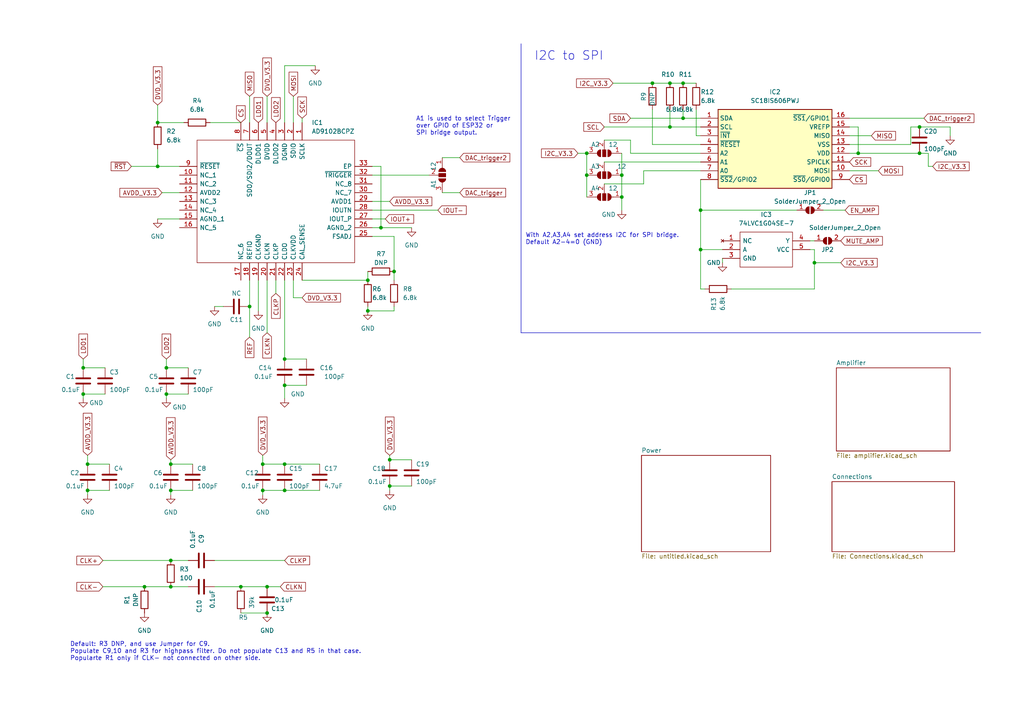
<source format=kicad_sch>
(kicad_sch (version 20230121) (generator eeschema)
  (paper "A4")
  (title_block (title "LASSITOS Signal generator board DAC AD9102 I2C") (date "2024-01-27") (company "A.Capelli"))
  (lib_symbols
    (symbol "Device:C" (pin_numbers hide) (pin_names (offset 0.254))
      (property "Reference" "C" (at 0.635 2.54 0))
      (property "Value" "C" (at 0.635 -2.54 0))
      (symbol "C_0_1"
        (polyline (pts (xy -2.032 -0.762) (xy 2.032 -0.762)) (stroke (width 0.508)))
        (polyline (pts (xy -2.032 0.762) (xy 2.032 0.762)) (stroke (width 0.508)))
      )
      (symbol "C_1_1"
        (pin passive line (at 0 3.81 270) (length 2.794) (name "~") (number "1"))
        (pin passive line (at 0 -3.81 90) (length 2.794) (name "~") (number "2"))
      )
    )
    (symbol "Device:R" (pin_numbers hide) (pin_names (offset 0))
      (property "Reference" "R" (at 2.032 0 90))
      (property "Value" "R" (at 0 0 90))
      (symbol "R_0_1"
        (rectangle (start -1.016 -2.54) (end 1.016 2.54) (stroke (width 0.254)))
      )
      (symbol "R_1_1"
        (pin passive line (at 0 3.81 270) (length 1.27) (name "~") (number "1"))
        (pin passive line (at 0 -3.81 90) (length 1.27) (name "~") (number "2"))
      )
    )
    (symbol "Jumper:SolderJumper_2_Open" (pin_names (offset 0) hide)
      (property "Reference" "JP" (at 0 2.032 0))
      (property "Value" "SolderJumper_2_Open" (at 0 -2.54 0))
      (symbol "SolderJumper_2_Open_0_1"
        (arc (start -0.254 1.016) (mid -1.2656 0) (end -0.254 -1.016))
        (arc (start -0.254 1.016) (mid -1.2656 0) (end -0.254 -1.016) (fill (type outline)))
        (polyline (pts (xy -0.254 1.016) (xy -0.254 -1.016)))
        (polyline (pts (xy 0.254 1.016) (xy 0.254 -1.016)))
        (arc (start 0.254 -1.016) (mid 1.2656 0) (end 0.254 1.016))
        (arc (start 0.254 -1.016) (mid 1.2656 0) (end 0.254 1.016) (fill (type outline)))
      )
      (symbol "SolderJumper_2_Open_1_1"
        (pin passive line (at -3.81 0 0) (length 2.54) (name "A") (number "1"))
        (pin passive line (at 3.81 0 180) (length 2.54) (name "B") (number "2"))
      )
    )
    (symbol "Jumper:SolderJumper_3_Open" (pin_names (offset 0) hide)
      (property "Reference" "JP" (at -2.54 -2.54 0))
      (property "Value" "SolderJumper_3_Open" (at 0 2.794 0))
      (symbol "SolderJumper_3_Open_0_1"
        (arc (start -1.016 1.016) (mid -2.0276 0) (end -1.016 -1.016))
        (arc (start -1.016 1.016) (mid -2.0276 0) (end -1.016 -1.016) (fill (type outline)))
        (rectangle (start -0.508 1.016) (end 0.508 -1.016) (fill (type outline)))
        (polyline (pts (xy -2.54 0) (xy -2.032 0)))
        (polyline (pts (xy -1.016 1.016) (xy -1.016 -1.016)))
        (polyline (pts (xy 0 -1.27) (xy 0 -1.016)))
        (polyline (pts (xy 1.016 1.016) (xy 1.016 -1.016)))
        (polyline (pts (xy 2.54 0) (xy 2.032 0)))
        (arc (start 1.016 -1.016) (mid 2.0276 0) (end 1.016 1.016))
        (arc (start 1.016 -1.016) (mid 2.0276 0) (end 1.016 1.016) (fill (type outline)))
      )
      (symbol "SolderJumper_3_Open_1_1"
        (pin passive line (at -5.08 0 0) (length 2.54) (name "A") (number "1"))
        (pin passive line (at 0 -3.81 90) (length 2.54) (name "C") (number "2"))
        (pin passive line (at 5.08 0 180) (length 2.54) (name "B") (number "3"))
      )
    )
    (symbol "SamacSys_Parts:74LVC1G04SE-7" (pin_names (offset 0.762))
      (property "Reference" "IC" (at 21.59 7.62 0))
      (property "Value" "74LVC1G04SE-7" (at 21.59 5.08 0))
      (symbol "74LVC1G04SE-7_0_0"
        (pin no_connect line (at 0 0 0) (length 5.08) (name "NC") (number "1"))
        (pin passive line (at 0 -2.54 0) (length 5.08) (name "A") (number "2"))
        (pin passive line (at 0 -5.08 0) (length 5.08) (name "GND") (number "3"))
        (pin passive line (at 25.4 0 180) (length 5.08) (name "Y") (number "4"))
        (pin passive line (at 25.4 -2.54 180) (length 5.08) (name "VCC") (number "5"))
      )
      (symbol "74LVC1G04SE-7_0_1"
        (polyline (pts (xy 5.08 2.54) (xy 20.32 2.54) (xy 20.32 -7.62) (xy 5.08 -7.62) (xy 5.08 2.54)) (stroke (width 0.1524)))
      )
    )
    (symbol "SamacSys_Parts:AD9102BCPZ" (pin_names (offset 0.762))
      (property "Reference" "IC" (at 41.91 20.32 0))
      (property "Value" "AD9102BCPZ" (at 41.91 17.78 0))
      (symbol "AD9102BCPZ_0_0"
        (pin passive line (at 0 0 0) (length 5.08) (name "SCLK") (number "1"))
        (pin passive line (at 15.24 -35.56 90) (length 5.08) (name "NC_1") (number "10"))
        (pin passive line (at 17.78 -35.56 90) (length 5.08) (name "NC_2") (number "11"))
        (pin passive line (at 20.32 -35.56 90) (length 5.08) (name "AVDD2") (number "12"))
        (pin passive line (at 22.86 -35.56 90) (length 5.08) (name "NC_3") (number "13"))
        (pin passive line (at 25.4 -35.56 90) (length 5.08) (name "NC_4") (number "14"))
        (pin passive line (at 27.94 -35.56 90) (length 5.08) (name "AGND_1") (number "15"))
        (pin passive line (at 30.48 -35.56 90) (length 5.08) (name "NC_5") (number "16"))
        (pin passive line (at 45.72 -17.78 180) (length 5.08) (name "NC_6") (number "17"))
        (pin passive line (at 45.72 -15.24 180) (length 5.08) (name "REFIO") (number "18"))
        (pin passive line (at 45.72 -12.7 180) (length 5.08) (name "CLKGND") (number "19"))
        (pin passive line (at 0 -2.54 0) (length 5.08) (name "SDIO") (number "2"))
        (pin passive line (at 45.72 -10.16 180) (length 5.08) (name "CLKN") (number "20"))
        (pin passive line (at 45.72 -7.62 180) (length 5.08) (name "CLKP") (number "21"))
        (pin passive line (at 45.72 -5.08 180) (length 5.08) (name "CLDO") (number "22"))
        (pin passive line (at 45.72 -2.54 180) (length 5.08) (name "CLKVDD") (number "23"))
        (pin passive line (at 45.72 0 180) (length 5.08) (name "CAL_SENSE") (number "24"))
        (pin passive line (at 33.02 20.32 270) (length 5.08) (name "FSADJ") (number "25"))
        (pin passive line (at 30.48 20.32 270) (length 5.08) (name "AGND_2") (number "26"))
        (pin passive line (at 27.94 20.32 270) (length 5.08) (name "IOUT_P") (number "27"))
        (pin passive line (at 25.4 20.32 270) (length 5.08) (name "IOUTN") (number "28"))
        (pin passive line (at 22.86 20.32 270) (length 5.08) (name "AVDD1") (number "29"))
        (pin passive line (at 0 -5.08 0) (length 5.08) (name "DGND") (number "3"))
        (pin passive line (at 20.32 20.32 270) (length 5.08) (name "NC_7") (number "30"))
        (pin passive line (at 17.78 20.32 270) (length 5.08) (name "NC_8") (number "31"))
        (pin passive line (at 15.24 20.32 270) (length 5.08) (name "~{TRIGGER}") (number "32"))
        (pin passive line (at 12.7 20.32 270) (length 5.08) (name "EP") (number "33"))
        (pin passive line (at 0 -7.62 0) (length 5.08) (name "DLDO2") (number "4"))
        (pin passive line (at 0 -10.16 0) (length 5.08) (name "DVDD") (number "5"))
        (pin passive line (at 0 -12.7 0) (length 5.08) (name "DLDO1") (number "6"))
        (pin passive line (at 0 -15.24 0) (length 5.08) (name "SDO/SDI2/DOUT") (number "7"))
        (pin passive line (at 0 -17.78 0) (length 5.08) (name "~{CS}") (number "8"))
        (pin passive line (at 12.7 -35.56 90) (length 5.08) (name "~{RESET}") (number "9"))
      )
      (symbol "AD9102BCPZ_0_1"
        (polyline (pts (xy 5.08 15.24) (xy 40.64 15.24) (xy 40.64 -30.48) (xy 5.08 -30.48) (xy 5.08 15.24)) (stroke (width 0.1524)))
      )
    )
    (symbol "SamacSys_Parts_new:SC18IS606PWJ"
      (property "Reference" "IC" (at 39.37 7.62 0))
      (property "Value" "SC18IS606PWJ" (at 39.37 5.08 0))
      (symbol "SC18IS606PWJ_1_1"
        (rectangle (start 5.08 2.54) (end 38.1 -20.32) (stroke (width 0.254)) (fill (type background)))
        (pin passive line (at 0 0 0) (length 5.08) (name "SDA") (number "1"))
        (pin passive line (at 43.18 -15.24 180) (length 5.08) (name "MOSI") (number "10"))
        (pin passive line (at 43.18 -12.7 180) (length 5.08) (name "SPICLK") (number "11"))
        (pin passive line (at 43.18 -10.16 180) (length 5.08) (name "VDD") (number "12"))
        (pin passive line (at 43.18 -7.62 180) (length 5.08) (name "VSS") (number "13"))
        (pin passive line (at 43.18 -5.08 180) (length 5.08) (name "MISO") (number "14"))
        (pin passive line (at 43.18 -2.54 180) (length 5.08) (name "VREFP") (number "15"))
        (pin passive line (at 43.18 0 180) (length 5.08) (name "~{SS1}/GPIO1") (number "16"))
        (pin passive line (at 0 -2.54 0) (length 5.08) (name "SCL") (number "2"))
        (pin passive line (at 0 -5.08 0) (length 5.08) (name "~{INT}") (number "3"))
        (pin passive line (at 0 -7.62 0) (length 5.08) (name "~{RESET}") (number "4"))
        (pin passive line (at 0 -10.16 0) (length 5.08) (name "A2") (number "5"))
        (pin passive line (at 0 -12.7 0) (length 5.08) (name "A1") (number "6"))
        (pin passive line (at 0 -15.24 0) (length 5.08) (name "A0") (number "7"))
        (pin passive line (at 0 -17.78 0) (length 5.08) (name "~{SS2}/GPIO2") (number "8"))
        (pin passive line (at 43.18 -17.78 180) (length 5.08) (name "~{SS0}/GPIO0") (number "9"))
      )
    )
    (symbol "power:GND" (power) (pin_names (offset 0))
      (property "Value" "GND" (at 0 -3.81 0))
      (symbol "GND_0_1"
        (polyline (pts (xy 0 0) (xy 0 -1.27) (xy 1.27 -1.27) (xy 0 -2.54) (xy -1.27 -1.27) (xy 0 -1.27)))
      )
      (symbol "GND_1_1"
        (pin power_in line (at 0 0 270) (length 0) hide (name "GND") (number "1"))
      )
    )
  )
  (junction (at 198.12 24.13))
  (junction (at 236.22 76.2))
  (junction (at 49.53 134.62))
  (junction (at 82.55 134.62))
  (junction (at 76.2 134.62))
  (junction (at 266.7 36.83))
  (junction (at 45.72 35.56))
  (junction (at 194.31 24.13))
  (junction (at 49.53 142.24))
  (junction (at 113.03 140.97))
  (junction (at 248.92 44.45))
  (junction (at 76.2 142.24))
  (junction (at 41.91 170.18))
  (junction (at 25.4 134.62))
  (junction (at 49.53 170.18))
  (junction (at 77.47 170.18))
  (junction (at 48.26 106.68))
  (junction (at 110.49 66.04))
  (junction (at 203.2 60.96))
  (junction (at 106.68 81.28))
  (junction (at 48.26 114.3))
  (junction (at 49.53 162.56))
  (junction (at 203.2 72.39))
  (junction (at 82.55 111.76))
  (junction (at 25.4 142.24))
  (junction (at 114.3 78.74))
  (junction (at 72.39 88.9))
  (junction (at 198.12 34.29))
  (junction (at 106.68 90.17))
  (junction (at 77.47 177.8))
  (junction (at 82.55 104.14))
  (junction (at 24.13 106.68))
  (junction (at 170.18 44.45))
  (junction (at 266.7 44.45))
  (junction (at 189.23 24.13))
  (junction (at 82.55 142.24))
  (junction (at 24.13 114.3))
  (junction (at 180.34 57.15))
  (junction (at 113.03 133.35))
  (junction (at 170.18 50.8))
  (junction (at 69.85 170.18))
  (junction (at 180.34 50.8))
  (junction (at 45.72 48.26))
  (junction (at 194.31 36.83))
  (wire (pts (xy 182.88 40.64) (xy 175.26 40.64)))
  (wire (pts (xy 25.4 142.24) (xy 25.4 143.51)))
  (wire (pts (xy 82.55 104.14) (xy 88.9 104.14)))
  (wire (pts (xy 198.12 31.75) (xy 198.12 34.29)))
  (wire (pts (xy 264.16 41.91) (xy 264.16 36.83)))
  (wire (pts (xy 269.24 48.26) (xy 270.51 48.26)))
  (wire (pts (xy 25.4 134.62) (xy 31.75 134.62)))
  (wire (pts (xy 80.01 81.28) (xy 80.01 85.09)))
  (wire (pts (xy 246.38 44.45) (xy 248.92 44.45)))
  (wire (pts (xy 82.55 111.76) (xy 88.9 111.76)))
  (wire (pts (xy 189.23 24.13) (xy 194.31 24.13)))
  (wire (pts (xy 107.95 66.04) (xy 110.49 66.04)))
  (wire (pts (xy 189.23 31.75) (xy 189.23 41.91)))
  (wire (pts (xy 113.03 140.97) (xy 119.38 140.97)))
  (wire (pts (xy 246.38 41.91) (xy 264.16 41.91)))
  (wire (pts (xy 194.31 24.13) (xy 198.12 24.13)))
  (wire (pts (xy 82.55 111.76) (xy 82.55 115.57)))
  (wire (pts (xy 243.84 76.2) (xy 236.22 76.2)))
  (wire (pts (xy 236.22 72.39) (xy 234.95 72.39)))
  (wire (pts (xy 45.72 43.18) (xy 45.72 48.26)))
  (wire (pts (xy 25.4 132.08) (xy 25.4 134.62)))
  (wire (pts (xy 107.95 68.58) (xy 114.3 68.58)))
  (polyline (pts (xy 151.13 96.52) (xy 284.48 96.52)))
  (wire (pts (xy 49.53 162.56) (xy 54.61 162.56)))
  (wire (pts (xy 170.18 50.8) (xy 170.18 57.15)))
  (wire (pts (xy 41.91 170.18) (xy 49.53 170.18)))
  (wire (pts (xy 175.26 53.34) (xy 186.69 53.34)))
  (wire (pts (xy 24.13 106.68) (xy 30.48 106.68)))
  (wire (pts (xy 246.38 34.29) (xy 267.97 34.29)))
  (wire (pts (xy 236.22 69.85) (xy 234.95 69.85)))
  (wire (pts (xy 29.845 162.56) (xy 49.53 162.56)))
  (wire (pts (xy 246.38 49.53) (xy 254.762 49.53)))
  (wire (pts (xy 62.23 88.9) (xy 64.77 88.9)))
  (wire (pts (xy 60.96 35.56) (xy 69.85 35.56)))
  (wire (pts (xy 107.95 48.26) (xy 110.49 48.26)))
  (wire (pts (xy 266.7 44.45) (xy 269.24 44.45)))
  (wire (pts (xy 45.72 63.5) (xy 52.07 63.5)))
  (wire (pts (xy 49.53 142.24) (xy 55.88 142.24)))
  (wire (pts (xy 110.49 48.26) (xy 110.49 66.04)))
  (wire (pts (xy 114.3 78.74) (xy 114.3 81.28)))
  (wire (pts (xy 182.88 44.45) (xy 203.2 44.45)))
  (wire (pts (xy 69.85 170.18) (xy 62.23 170.18)))
  (wire (pts (xy 76.2 132.08) (xy 76.2 134.62)))
  (wire (pts (xy 72.39 97.79) (xy 72.39 88.9)))
  (wire (pts (xy 236.22 83.82) (xy 212.09 83.82)))
  (wire (pts (xy 198.12 24.13) (xy 201.93 24.13)))
  (wire (pts (xy 85.09 81.28) (xy 85.09 86.36)))
  (wire (pts (xy 87.63 81.28) (xy 106.68 81.28)))
  (wire (pts (xy 45.72 30.48) (xy 45.72 35.56)))
  (wire (pts (xy 49.53 133.35) (xy 49.53 134.62)))
  (wire (pts (xy 48.26 114.3) (xy 48.26 115.57)))
  (wire (pts (xy 252.73 39.37) (xy 246.38 39.37)))
  (wire (pts (xy 203.2 39.37) (xy 201.93 39.37)))
  (wire (pts (xy 77.47 81.28) (xy 77.47 96.52)))
  (wire (pts (xy 246.38 36.83) (xy 248.92 36.83)))
  (wire (pts (xy 49.53 134.62) (xy 55.88 134.62)))
  (wire (pts (xy 76.2 134.62) (xy 82.55 134.62)))
  (wire (pts (xy 24.13 104.14) (xy 24.13 106.68)))
  (wire (pts (xy 201.93 31.75) (xy 201.93 39.37)))
  (wire (pts (xy 189.23 41.91) (xy 203.2 41.91)))
  (wire (pts (xy 133.35 45.72) (xy 128.27 45.72)))
  (wire (pts (xy 133.35 55.88) (xy 128.27 55.88)))
  (wire (pts (xy 72.39 88.9) (xy 72.39 81.28)))
  (wire (pts (xy 45.72 48.26) (xy 52.07 48.26)))
  (polyline (pts (xy 151.13 12.7) (xy 151.13 96.52)))
  (wire (pts (xy 203.2 83.82) (xy 204.47 83.82)))
  (wire (pts (xy 269.24 48.26) (xy 269.24 44.45)))
  (wire (pts (xy 236.22 72.39) (xy 236.22 76.2)))
  (wire (pts (xy 106.68 90.17) (xy 114.3 90.17)))
  (wire (pts (xy 82.55 35.56) (xy 82.55 19.05)))
  (wire (pts (xy 113.03 140.97) (xy 113.03 142.24)))
  (wire (pts (xy 106.68 88.9) (xy 106.68 90.17)))
  (wire (pts (xy 238.76 60.96) (xy 245.11 60.96)))
  (wire (pts (xy 114.3 90.17) (xy 114.3 88.9)))
  (wire (pts (xy 82.55 19.05) (xy 91.44 19.05)))
  (wire (pts (xy 76.2 142.24) (xy 76.2 143.51)))
  (wire (pts (xy 203.2 72.39) (xy 209.55 72.39)))
  (wire (pts (xy 69.85 177.8) (xy 77.47 177.8)))
  (wire (pts (xy 107.95 50.8) (xy 124.46 50.8)))
  (wire (pts (xy 175.26 36.83) (xy 194.31 36.83)))
  (wire (pts (xy 236.22 76.2) (xy 236.22 83.82)))
  (wire (pts (xy 113.03 132.08) (xy 113.03 133.35)))
  (wire (pts (xy 209.55 74.93) (xy 209.55 76.2)))
  (wire (pts (xy 203.2 52.07) (xy 203.2 60.96)))
  (wire (pts (xy 180.34 44.45) (xy 180.34 50.8)))
  (wire (pts (xy 48.26 106.68) (xy 54.61 106.68)))
  (wire (pts (xy 266.7 36.83) (xy 275.59 36.83)))
  (wire (pts (xy 114.3 68.58) (xy 114.3 78.74)))
  (wire (pts (xy 182.88 34.29) (xy 198.12 34.29)))
  (wire (pts (xy 186.69 53.34) (xy 186.69 49.53)))
  (wire (pts (xy 198.12 34.29) (xy 203.2 34.29)))
  (wire (pts (xy 77.47 27.94) (xy 77.47 35.56)))
  (wire (pts (xy 107.95 63.5) (xy 111.76 63.5)))
  (wire (pts (xy 203.2 60.96) (xy 203.2 72.39)))
  (wire (pts (xy 62.23 162.56) (xy 82.55 162.56)))
  (wire (pts (xy 29.845 170.18) (xy 41.91 170.18)))
  (wire (pts (xy 248.92 36.83) (xy 248.92 44.45)))
  (wire (pts (xy 82.55 142.24) (xy 92.71 142.24)))
  (wire (pts (xy 182.88 44.45) (xy 182.88 40.64)))
  (wire (pts (xy 87.63 34.29) (xy 87.63 35.56)))
  (wire (pts (xy 24.13 114.3) (xy 30.48 114.3)))
  (wire (pts (xy 49.53 142.24) (xy 49.53 143.51)))
  (wire (pts (xy 76.2 142.24) (xy 82.55 142.24)))
  (wire (pts (xy 177.8 24.13) (xy 189.23 24.13)))
  (wire (pts (xy 175.26 46.99) (xy 203.2 46.99)))
  (wire (pts (xy 106.68 81.28) (xy 106.68 78.74)))
  (wire (pts (xy 248.92 44.45) (xy 266.7 44.45)))
  (wire (pts (xy 38.1 48.26) (xy 45.72 48.26)))
  (wire (pts (xy 194.31 31.75) (xy 194.31 36.83)))
  (wire (pts (xy 186.69 49.53) (xy 203.2 49.53)))
  (wire (pts (xy 180.34 50.8) (xy 180.34 57.15)))
  (wire (pts (xy 49.53 170.18) (xy 54.61 170.18)))
  (wire (pts (xy 45.72 35.56) (xy 53.34 35.56)))
  (wire (pts (xy 264.16 36.83) (xy 266.7 36.83)))
  (wire (pts (xy 82.55 81.28) (xy 82.55 104.14)))
  (wire (pts (xy 107.95 60.96) (xy 127 60.96)))
  (wire (pts (xy 203.2 72.39) (xy 203.2 83.82)))
  (wire (pts (xy 48.26 114.3) (xy 54.61 114.3)))
  (wire (pts (xy 275.59 36.83) (xy 275.59 39.37)))
  (wire (pts (xy 110.49 66.04) (xy 119.38 66.04)))
  (wire (pts (xy 72.39 27.94) (xy 72.39 35.56)))
  (wire (pts (xy 48.26 104.14) (xy 48.26 106.68)))
  (wire (pts (xy 25.4 142.24) (xy 31.75 142.24)))
  (wire (pts (xy 81.28 170.18) (xy 77.47 170.18)))
  (wire (pts (xy 107.95 58.42) (xy 113.03 58.42)))
  (wire (pts (xy 82.55 134.62) (xy 92.71 134.62)))
  (wire (pts (xy 46.99 55.88) (xy 52.07 55.88)))
  (wire (pts (xy 74.93 81.28) (xy 74.93 90.17)))
  (wire (pts (xy 194.31 36.83) (xy 203.2 36.83)))
  (wire (pts (xy 85.09 27.94) (xy 85.09 35.56)))
  (wire (pts (xy 180.34 57.15) (xy 180.34 60.96)))
  (wire (pts (xy 170.18 44.45) (xy 170.18 50.8)))
  (wire (pts (xy 24.13 114.3) (xy 24.13 115.57)))
  (wire (pts (xy 77.47 170.18) (xy 69.85 170.18)))
  (wire (pts (xy 203.2 60.96) (xy 231.14 60.96)))
  (wire (pts (xy 85.09 86.36) (xy 87.63 86.36)))
  (wire (pts (xy 113.03 133.35) (xy 119.38 133.35)))
  (wire (pts (xy 167.64 44.45) (xy 170.18 44.45)))
  (text "Default: R3 DNP, and use Jumper for C9.\nPopulate C9,10 and R3 for highpass filter. Do not populate C13 and R5 in that case.\nPopularte R1 only if CLK- not connected on other side." (at 20.32 191.77 0) (effects (font (size 1.27 1.27)) (justify left bottom)))
  (text "I2C to SPI " (at 154.94 17.78 0) (effects (font (size 2.54 2.54)) (justify left bottom)))
  (text "A1 is used to select Trigger \nover GPIO of ESP32 or \nSPI bridge output." (at 120.65 39.37 0) (effects (font (size 1.27 1.27)) (justify left bottom)))
  (text "With A2,A3,A4 set address I2C for SPI bridge. \nDefault A2-4=0 (GND)" (at 152.4 71.12 0) (effects (font (size 1.27 1.27)) (justify left bottom)))
  (global_label "DVD_V3.3" (shape input) (at 87.63 86.36 0) (property "Intersheetrefs" "${INTERSHEET_REFS}" (effects hide)))
  (global_label "LDO1" (shape input) (at 74.93 35.56 90) (property "Intersheetrefs" "${INTERSHEET_REFS}" (effects hide)))
  (global_label "EN_AMP" (shape input) (at 245.11 60.96 0) (property "Intersheetrefs" "${INTERSHEET_REFS}" (effects hide)))
  (global_label "SDA" (shape input) (at 182.88 34.29 180) (property "Intersheetrefs" "${INTERSHEET_REFS}" (effects hide)))
  (global_label "AVDD_V3.3" (shape input) (at 113.03 58.42 0) (property "Intersheetrefs" "${INTERSHEET_REFS}" (effects hide)))
  (global_label "MOSI" (shape input) (at 254.762 49.53 0) (property "Intersheetrefs" "${INTERSHEET_REFS}" (effects hide)))
  (global_label "CS" (shape input) (at 69.85 35.56 90) (property "Intersheetrefs" "${INTERSHEET_REFS}" (effects hide)))
  (global_label "REF" (shape input) (at 72.39 97.79 270) (property "Intersheetrefs" "${INTERSHEET_REFS}" (effects hide)))
  (global_label "DAC_trigger" (shape input) (at 133.35 55.88 0) (property "Intersheetrefs" "${INTERSHEET_REFS}" (effects hide)))
  (global_label "CLKN" (shape input) (at 77.47 96.52 270) (property "Intersheetrefs" "${INTERSHEET_REFS}" (effects hide)))
  (global_label "I2C_V3.3" (shape input) (at 177.8 24.13 180) (property "Intersheetrefs" "${INTERSHEET_REFS}" (effects hide)))
  (global_label "AVDD_V3.3" (shape input) (at 46.99 55.88 180) (property "Intersheetrefs" "${INTERSHEET_REFS}" (effects hide)))
  (global_label "~{RST}" (shape input) (at 38.1 48.26 180) (property "Intersheetrefs" "${INTERSHEET_REFS}" (effects hide)))
  (global_label "MUTE_AMP" (shape input) (at 243.84 69.85 0) (property "Intersheetrefs" "${INTERSHEET_REFS}" (effects hide)))
  (global_label "IOUT-" (shape input) (at 127 60.96 0) (property "Intersheetrefs" "${INTERSHEET_REFS}" (effects hide)))
  (global_label "LDO2" (shape input) (at 48.26 104.14 90) (property "Intersheetrefs" "${INTERSHEET_REFS}" (effects hide)))
  (global_label "CLKN" (shape input) (at 81.28 170.18 0) (property "Intersheetrefs" "${INTERSHEET_REFS}" (effects hide)))
  (global_label "AVDD_V3.3" (shape input) (at 25.4 132.08 90) (property "Intersheetrefs" "${INTERSHEET_REFS}" (effects hide)))
  (global_label "CLKP" (shape input) (at 80.01 85.09 270) (property "Intersheetrefs" "${INTERSHEET_REFS}" (effects hide)))
  (global_label "DVD_V3.3" (shape input) (at 77.47 27.94 90) (property "Intersheetrefs" "${INTERSHEET_REFS}" (effects hide)))
  (global_label "LDO2" (shape input) (at 80.01 35.56 90) (property "Intersheetrefs" "${INTERSHEET_REFS}" (effects hide)))
  (global_label "SCK" (shape input) (at 87.63 34.29 90) (property "Intersheetrefs" "${INTERSHEET_REFS}" (effects hide)))
  (global_label "CS" (shape input) (at 246.38 52.07 0) (property "Intersheetrefs" "${INTERSHEET_REFS}" (effects hide)))
  (global_label "DAC_trigger2" (shape input) (at 133.35 45.72 0) (property "Intersheetrefs" "${INTERSHEET_REFS}" (effects hide)))
  (global_label "I2C_V3.3" (shape input) (at 270.51 48.26 0) (property "Intersheetrefs" "${INTERSHEET_REFS}" (effects hide)))
  (global_label "AVDD_V3.3" (shape input) (at 49.53 133.35 90) (property "Intersheetrefs" "${INTERSHEET_REFS}" (effects hide)))
  (global_label "DVD_V3.3" (shape input) (at 113.03 132.08 90) (property "Intersheetrefs" "${INTERSHEET_REFS}" (effects hide)))
  (global_label "MISO" (shape input) (at 72.39 27.94 90) (property "Intersheetrefs" "${INTERSHEET_REFS}" (effects hide)))
  (global_label "LDO1" (shape input) (at 24.13 104.14 90) (property "Intersheetrefs" "${INTERSHEET_REFS}" (effects hide)))
  (global_label "SCL" (shape input) (at 175.26 36.83 180) (property "Intersheetrefs" "${INTERSHEET_REFS}" (effects hide)))
  (global_label "CLK+" (shape input) (at 29.845 162.56 180) (property "Intersheetrefs" "${INTERSHEET_REFS}" (effects hide)))
  (global_label "CLKP" (shape input) (at 82.55 162.56 0) (property "Intersheetrefs" "${INTERSHEET_REFS}" (effects hide)))
  (global_label "DAC_trigger2" (shape input) (at 267.97 34.29 0) (property "Intersheetrefs" "${INTERSHEET_REFS}" (effects hide)))
  (global_label "MISO" (shape input) (at 252.73 39.37 0) (property "Intersheetrefs" "${INTERSHEET_REFS}" (effects hide)))
  (global_label "I2C_V3.3" (shape input) (at 243.84 76.2 0) (property "Intersheetrefs" "${INTERSHEET_REFS}" (effects hide)))
  (global_label "MOSI" (shape input) (at 85.09 27.94 90) (property "Intersheetrefs" "${INTERSHEET_REFS}" (effects hide)))
  (global_label "DVD_V3.3" (shape input) (at 76.2 132.08 90) (property "Intersheetrefs" "${INTERSHEET_REFS}" (effects hide)))
  (global_label "CLK-" (shape input) (at 29.845 170.18 180) (property "Intersheetrefs" "${INTERSHEET_REFS}" (effects hide)))
  (global_label "SCK" (shape input) (at 246.38 46.99 0) (property "Intersheetrefs" "${INTERSHEET_REFS}" (effects hide)))
  (global_label "DVD_V3.3" (shape input) (at 45.72 30.48 90) (property "Intersheetrefs" "${INTERSHEET_REFS}" (effects hide)))
  (global_label "I2C_V3.3" (shape input) (at 167.64 44.45 180) (property "Intersheetrefs" "${INTERSHEET_REFS}" (effects hide)))
  (global_label "IOUT+" (shape input) (at 111.76 63.5 0) (property "Intersheetrefs" "${INTERSHEET_REFS}" (effects hide)))
  (symbol (lib_id "Device:C") (at 88.9 107.95 0) (unit 1)
    (property "Reference" "C16" (at 92.71 106.6799 0) (effects (justify left)))
    (property "Value" "100pF" (at 93.98 109.22 0) (effects (justify left)))
    (property "Footprint" "Capacitor_SMD:C_0603_1608Metric" (effects hide))
  )
  (symbol (lib_id "SamacSys_Parts:74LVC1G04SE-7") (at 209.55 69.85 0) (unit 1)
    (property "Reference" "IC3" (at 222.25 62.23 0))
    (property "Value" "74LVC1G04SE-7" (at 222.25 64.77 0))
    (property "Footprint" "SamacSys_Parts:SOT65P210X110-5N" (effects hide))
    (property "Datasheet" "https://www.diodes.com/assets/Datasheets/74LVC1G04.pdf" (effects hide))
    (property "Description" "Inverter 1Element CMOS 5Pin SOT353" (effects hide))
    (property "Height" "1.1" (effects hide))
    (property "Mouser Part Number" "621-74LVC1G04SE-7" (effects hide))
    (property "Mouser Price/Stock" "https://www.mouser.co.uk/ProductDetail/Diodes-Incorporated/74LVC1G04SE-7?qs=8Dv1RiiPiVK9x2930PaO3A%3D%3D" (effects hide))
    (property "Manufacturer_Name" "Diodes Incorporated" (effects hide))
    (property "Manufacturer_Part_Number" "74LVC1G04SE-7" (effects hide))
  )
  (symbol (lib_id "power:GND") (at 45.72 63.5 0) (unit 1)
    (property "Reference" "#PWR04" (effects hide))
    (property "Value" "GND" (at 45.72 68.58 0))
  )
  (symbol (lib_id "Device:C") (at 58.42 162.56 270) (unit 1)
    (property "Reference" "C9" (at 58.42 154.94 0) (effects (justify left)))
    (property "Value" "0.1uF" (at 55.88 153.67 0) (effects (justify left)))
    (property "Footprint" "Capacitor_SMD:C_0603_1608Metric" (effects hide))
  )
  (symbol (lib_id "Device:R") (at 208.28 83.82 270) (unit 1)
    (property "Reference" "R13" (at 207.01 90.17 0) (effects (justify right)))
    (property "Value" "6.8k" (at 209.55 90.17 0) (effects (justify right)))
    (property "Footprint" "Resistor_SMD:R_0603_1608Metric" (effects hide))
  )
  (symbol (lib_id "Device:R") (at 41.91 173.99 0) (unit 1)
    (property "Reference" "R1" (at 36.83 173.99 90))
    (property "Value" "DNP" (at 39.37 173.99 90))
    (property "Footprint" "Resistor_SMD:R_0603_1608Metric" (effects hide))
  )
  (symbol (lib_id "Device:C") (at 119.38 137.16 0) (unit 1)
    (property "Reference" "C19" (at 120.65 134.62 0) (effects (justify left)))
    (property "Value" "100pF" (at 120.65 139.7 0) (effects (justify left)))
    (property "Footprint" "Capacitor_SMD:C_0603_1608Metric" (effects hide))
  )
  (symbol (lib_id "power:GND") (at 24.13 115.57 0) (unit 1)
    (property "Reference" "#PWR01" (effects hide))
    (property "Value" "GND" (at 27.94 116.84 0))
  )
  (symbol (lib_id "Device:R") (at 69.85 173.99 0) (unit 1)
    (property "Reference" "R5" (at 69.215 179.07 0) (effects (justify left)))
    (property "Value" "39k" (at 73.025 176.53 90) (effects (justify left)))
    (property "Footprint" "Resistor_SMD:R_0603_1608Metric" (effects hide))
  )
  (symbol (lib_id "power:GND") (at 49.53 143.51 0) (unit 1)
    (property "Reference" "#PWR06" (effects hide))
    (property "Value" "GND" (at 49.53 148.59 0))
  )
  (symbol (lib_id "Device:C") (at 58.42 170.18 90) (unit 1)
    (property "Reference" "C10" (at 57.785 177.8 0) (effects (justify left)))
    (property "Value" "0.1uF" (at 61.595 176.53 0) (effects (justify left)))
    (property "Footprint" "Capacitor_SMD:C_0603_1608Metric" (effects hide))
  )
  (symbol (lib_id "Device:R") (at 49.53 166.37 0) (unit 1)
    (property "Reference" "R3" (at 52.07 165.0999 0) (effects (justify left)))
    (property "Value" "100" (at 52.07 167.6399 0) (effects (justify left)))
    (property "Footprint" "Resistor_SMD:R_0603_1608Metric" (effects hide))
  )
  (symbol (lib_id "Device:R") (at 106.68 85.09 180) (unit 1)
    (property "Reference" "R6" (at 107.95 83.82 0) (effects (justify right)))
    (property "Value" "6.8k" (at 107.95 86.36 0) (effects (justify right)))
    (property "Footprint" "Resistor_SMD:R_0603_1608Metric" (effects hide))
  )
  (symbol (lib_id "Device:R") (at 57.15 35.56 90) (unit 1)
    (property "Reference" "R4" (at 57.15 29.21 90))
    (property "Value" "6.8k" (at 57.15 31.75 90))
    (property "Footprint" "Resistor_SMD:R_0603_1608Metric" (effects hide))
  )
  (symbol (lib_id "Device:C") (at 55.88 138.43 0) (unit 1)
    (property "Reference" "C8" (at 57.15 135.89 0) (effects (justify left)))
    (property "Value" "100pF" (at 57.15 140.97 0) (effects (justify left)))
    (property "Footprint" "Capacitor_SMD:C_0603_1608Metric" (effects hide))
  )
  (symbol (lib_id "power:GND") (at 77.47 177.8 0) (unit 1)
    (property "Reference" "#PWR010" (effects hide))
    (property "Value" "GND" (at 77.47 182.88 0))
  )
  (symbol (lib_id "power:GND") (at 119.38 66.04 0) (unit 1)
    (property "Reference" "#PWR015" (effects hide))
    (property "Value" "GND" (at 119.38 71.12 0))
  )
  (symbol (lib_id "power:GND") (at 113.03 142.24 0) (unit 1)
    (property "Reference" "#PWR014" (effects hide))
    (property "Value" "GND" (at 113.03 147.32 0))
  )
  (symbol (lib_id "Device:C") (at 48.26 110.49 0) (unit 1)
    (property "Reference" "C5" (at 43.18 109.22 0) (effects (justify left)))
    (property "Value" "0.1uF" (at 41.91 113.03 0) (effects (justify left)))
    (property "Footprint" "Capacitor_SMD:C_0603_1608Metric" (effects hide))
  )
  (symbol (lib_id "Jumper:SolderJumper_3_Open") (at 175.26 57.15 180) (unit 1)
    (property "Reference" "A4" (at 172.72 54.61 0))
    (property "Value" "12" (at 177.8 54.61 0))
    (property "Footprint" "Jumper:SolderJumper-3_P1.3mm_Open_RoundedPad1.0x1.5mm" (effects hide))
  )
  (symbol (lib_id "Device:C") (at 31.75 138.43 0) (unit 1)
    (property "Reference" "C4" (at 33.02 135.89 0) (effects (justify left)))
    (property "Value" "100pF" (at 33.02 140.97 0) (effects (justify left)))
    (property "Footprint" "Capacitor_SMD:C_0603_1608Metric" (effects hide))
  )
  (symbol (lib_id "SamacSys_Parts_new:SC18IS606PWJ") (at 203.2 34.29 0) (unit 1)
    (property "Reference" "IC2" (at 224.79 26.67 0))
    (property "Value" "SC18IS606PWJ" (at 224.79 29.21 0))
    (property "Footprint" "SamacSys_Parts:SOP65P640X110-16N" (effects hide))
    (property "Datasheet" "https://www.nxp.com/docs/en/data-sheet/SC18IS606.pdf" (effects hide))
    (property "Height" "1.1" (effects hide))
    (property "Mouser Part Number" "771-SC18IS606PWJ" (effects hide))
    (property "Mouser Price/Stock" "https://www.mouser.co.uk/ProductDetail/NXP-Semiconductors/SC18IS606PWJ?qs=pBJMDPsKWf02qtdqbj2bbA%3D%3D" (effects hide))
    (property "Manufacturer_Name" "NXP" (effects hide))
    (property "Manufacturer_Part_Number" "SC18IS606PWJ" (effects hide))
  )
  (symbol (lib_id "Device:C") (at 54.61 110.49 0) (unit 1)
    (property "Reference" "C7" (at 55.88 107.95 0) (effects (justify left)))
    (property "Value" "100pF" (at 55.88 113.03 0) (effects (justify left)))
    (property "Footprint" "Capacitor_SMD:C_0603_1608Metric" (effects hide))
  )
  (symbol (lib_id "Device:C") (at 92.71 138.43 0) (unit 1)
    (property "Reference" "C17" (at 93.98 135.89 0) (effects (justify left)))
    (property "Value" "4.7uF" (at 93.98 140.97 0) (effects (justify left)))
    (property "Footprint" "Capacitor_SMD:C_0603_1608Metric" (effects hide))
  )
  (symbol (lib_id "power:GND") (at 209.55 76.2 0) (unit 1)
    (property "Reference" "#PWR017" (effects hide))
    (property "Value" "GND" (at 207.01 76.2 0))
  )
  (symbol (lib_id "Device:C") (at 266.7 40.64 0) (unit 1)
    (property "Reference" "C20" (at 267.97 38.1 0) (effects (justify left)))
    (property "Value" "100pF" (at 267.97 43.18 0) (effects (justify left)))
    (property "Footprint" "Capacitor_SMD:C_0603_1608Metric" (effects hide))
  )
  (symbol (lib_id "Device:C") (at 113.03 137.16 0) (unit 1)
    (property "Reference" "C18" (at 107.95 135.89 0) (effects (justify left)))
    (property "Value" "0.1uF" (at 106.68 139.7 0) (effects (justify left)))
    (property "Footprint" "Capacitor_SMD:C_0603_1608Metric" (effects hide))
  )
  (symbol (lib_id "Device:C") (at 77.47 173.99 180) (unit 1)
    (property "Reference" "C13" (at 82.55 176.53 0) (effects (justify left)))
    (property "Value" "0.1uF" (at 85.09 173.99 0) (effects (justify left)))
    (property "Footprint" "Capacitor_SMD:C_0603_1608Metric" (effects hide))
  )
  (symbol (lib_id "power:GND") (at 62.23 88.9 0) (unit 1)
    (property "Reference" "#PWR07" (effects hide))
    (property "Value" "GND" (at 62.23 93.98 0))
  )
  (symbol (lib_id "power:GND") (at 275.59 39.37 0) (unit 1)
    (property "Reference" "#PWR018" (effects hide))
    (property "Value" "GND" (at 275.59 44.45 0))
  )
  (symbol (lib_id "Device:C") (at 24.13 110.49 0) (unit 1)
    (property "Reference" "C1" (at 19.05 109.22 0) (effects (justify left)))
    (property "Value" "0.1uF" (at 17.78 113.03 0) (effects (justify left)))
    (property "Footprint" "Capacitor_SMD:C_0603_1608Metric" (effects hide))
  )
  (symbol (lib_id "Device:R") (at 45.72 39.37 0) (unit 1)
    (property "Reference" "R2" (at 48.26 38.0999 0) (effects (justify left)))
    (property "Value" "6.8k" (at 48.26 40.6399 0) (effects (justify left)))
    (property "Footprint" "Resistor_SMD:R_0603_1608Metric" (effects hide))
  )
  (symbol (lib_id "Device:R") (at 110.49 78.74 270) (unit 1)
    (property "Reference" "R7" (at 110.49 73.66 90))
    (property "Value" "DNP" (at 110.49 76.2 90))
    (property "Footprint" "Resistor_SMD:R_0603_1608Metric" (effects hide))
  )
  (symbol (lib_id "Device:R") (at 198.12 27.94 180) (unit 1)
    (property "Reference" "R11" (at 196.85 21.59 0) (effects (justify right)))
    (property "Value" "6.8k" (at 196.85 31.75 0) (effects (justify right)))
    (property "Footprint" "Resistor_SMD:R_0603_1608Metric" (effects hide))
  )
  (symbol (lib_id "power:GND") (at 48.26 115.57 0) (unit 1)
    (property "Reference" "#PWR05" (effects hide))
    (property "Value" "GND" (at 52.07 118.11 0))
  )
  (symbol (lib_id "SamacSys_Parts:AD9102BCPZ") (at 87.63 35.56 270) (unit 1)
    (property "Reference" "IC1" (at 90.3987 35.56 90) (effects (justify left)))
    (property "Value" "AD9102BCPZ" (at 90.3987 38.1 90) (effects (justify left)))
    (property "Footprint" "library_components:QFN50P500X500X80-33N-D" (effects hide))
    (property "Datasheet" "https://www.analog.com/media/en/technical-documentation/data-sheets/AD9102.pdf" (effects hide))
    (property "Description" "Analog Devices AD9102BCPZ, 14 bit Serial DAC, 180Msps, 32-Pin LFCSP" (effects hide))
    (property "Height" "0.8" (effects hide))
    (property "Mouser Part Number" "584-AD9102BCPZ" (effects hide))
    (property "Mouser Price/Stock" "https://www.mouser.co.uk/ProductDetail/Analog-Devices/AD9102BCPZ?qs=%2FtpEQrCGXCx4RM%2FcE0d16g%3D%3D" (effects hide))
    (property "Manufacturer_Name" "Analog Devices" (effects hide))
    (property "Manufacturer_Part_Number" "AD9102BCPZ" (effects hide))
  )
  (symbol (lib_id "Device:R") (at 189.23 27.94 0) (unit 1)
    (property "Reference" "R9" (at 186.69 26.67 90) (effects (justify right)))
    (property "Value" "DNP" (at 189.23 26.67 90) (effects (justify right)))
    (property "Footprint" "Resistor_SMD:R_0603_1608Metric" (effects hide))
  )
  (symbol (lib_id "Device:R") (at 201.93 27.94 180) (unit 1)
    (property "Reference" "R12" (at 203.2 26.67 0) (effects (justify right)))
    (property "Value" "6.8k" (at 203.2 29.21 0) (effects (justify right)))
    (property "Footprint" "Resistor_SMD:R_0603_1608Metric" (effects hide))
  )
  (symbol (lib_id "Device:R") (at 194.31 27.94 180) (unit 1)
    (property "Reference" "R10" (at 191.77 21.59 0) (effects (justify right)))
    (property "Value" "6.8k" (at 193.04 31.75 0) (effects (justify right)))
    (property "Footprint" "Resistor_SMD:R_0603_1608Metric" (effects hide))
  )
  (symbol (lib_id "Jumper:SolderJumper_3_Open") (at 175.26 44.45 180) (unit 1)
    (property "Reference" "A2" (at 172.72 41.91 0))
    (property "Value" "12" (at 177.8 41.91 0))
    (property "Footprint" "Jumper:SolderJumper-3_P1.3mm_Open_RoundedPad1.0x1.5mm" (effects hide))
  )
  (symbol (lib_id "Device:R") (at 114.3 85.09 180) (unit 1)
    (property "Reference" "R8" (at 116.84 83.8199 0) (effects (justify right)))
    (property "Value" "6.8k" (at 116.84 86.3599 0) (effects (justify right)))
    (property "Footprint" "Resistor_SMD:R_0603_1608Metric" (effects hide))
  )
  (symbol (lib_id "Device:C") (at 30.48 110.49 0) (unit 1)
    (property "Reference" "C3" (at 31.75 107.95 0) (effects (justify left)))
    (property "Value" "100pF" (at 31.75 113.03 0) (effects (justify left)))
    (property "Footprint" "Capacitor_SMD:C_0603_1608Metric" (effects hide))
  )
  (symbol (lib_id "power:GND") (at 180.34 60.96 0) (unit 1)
    (property "Reference" "#PWR016" (effects hide))
    (property "Value" "GND" (at 176.53 62.23 0))
  )
  (symbol (lib_id "power:GND") (at 25.4 143.51 0) (unit 1)
    (property "Reference" "#PWR02" (effects hide))
    (property "Value" "GND" (at 25.4 148.59 0))
  )
  (symbol (lib_id "power:GND") (at 82.55 115.57 0) (unit 1)
    (property "Reference" "#PWR011" (effects hide))
    (property "Value" "GND" (at 86.36 114.3 0))
  )
  (symbol (lib_id "Device:C") (at 68.58 88.9 90) (unit 1)
    (property "Reference" "C11" (at 68.58 92.71 90))
    (property "Value" "NC" (at 68.58 85.09 90))
    (property "Footprint" "Capacitor_SMD:C_0603_1608Metric" (effects hide))
  )
  (symbol (lib_id "Jumper:SolderJumper_2_Open") (at 240.03 69.85 0) (unit 1)
    (property "Reference" "JP2" (at 240.03 72.39 0))
    (property "Value" "SolderJumper_2_Open" (at 245.11 66.04 0))
    (property "Footprint" "Jumper:SolderJumper-2_P1.3mm_Open_TrianglePad1.0x1.5mm" (effects hide))
  )
  (symbol (lib_id "Device:C") (at 25.4 138.43 0) (unit 1)
    (property "Reference" "C2" (at 20.32 137.16 0) (effects (justify left)))
    (property "Value" "0.1uF" (at 19.05 140.97 0) (effects (justify left)))
    (property "Footprint" "Capacitor_SMD:C_0603_1608Metric" (effects hide))
  )
  (symbol (lib_id "Device:C") (at 49.53 138.43 0) (unit 1)
    (property "Reference" "C6" (at 44.45 137.16 0) (effects (justify left)))
    (property "Value" "0.1uF" (at 43.18 140.97 0) (effects (justify left)))
    (property "Footprint" "Capacitor_SMD:C_0603_1608Metric" (effects hide))
  )
  (symbol (lib_id "power:GND") (at 41.91 177.8 0) (unit 1)
    (property "Reference" "#PWR03" (effects hide))
    (property "Value" "GND" (at 41.91 182.88 0))
  )
  (symbol (lib_id "Device:C") (at 82.55 107.95 0) (unit 1)
    (property "Reference" "C14" (at 74.93 106.68 0) (effects (justify left)))
    (property "Value" "0.1uF" (at 73.66 109.22 0) (effects (justify left)))
    (property "Footprint" "Capacitor_SMD:C_0603_1608Metric" (effects hide))
  )
  (symbol (lib_id "power:GND") (at 74.93 90.17 0) (unit 1)
    (property "Reference" "#PWR08" (effects hide))
    (property "Value" "GND" (at 74.93 95.25 0))
  )
  (symbol (lib_id "Device:C") (at 76.2 138.43 0) (unit 1)
    (property "Reference" "C12" (at 71.12 137.16 0) (effects (justify left)))
    (property "Value" "0.1uF" (at 69.85 140.97 0) (effects (justify left)))
    (property "Footprint" "Capacitor_SMD:C_0603_1608Metric" (effects hide))
  )
  (symbol (lib_id "Jumper:SolderJumper_3_Open") (at 128.27 50.8 270) (unit 1)
    (property "Reference" "A1" (at 125.73 53.34 0))
    (property "Value" "12" (at 125.73 48.26 0))
    (property "Footprint" "Jumper:SolderJumper-3_P1.3mm_Open_RoundedPad1.0x1.5mm" (effects hide))
  )
  (symbol (lib_id "Device:C") (at 82.55 138.43 0) (unit 1)
    (property "Reference" "C15" (at 83.82 135.89 0) (effects (justify left)))
    (property "Value" "100pF" (at 83.82 140.97 0) (effects (justify left)))
    (property "Footprint" "Capacitor_SMD:C_0603_1608Metric" (effects hide))
  )
  (symbol (lib_id "power:GND") (at 106.68 90.17 0) (unit 1)
    (property "Reference" "#PWR013" (effects hide))
    (property "Value" "GND" (at 106.68 95.25 0))
  )
  (symbol (lib_id "Jumper:SolderJumper_2_Open") (at 234.95 60.96 0) (unit 1)
    (property "Reference" "JP1" (at 234.95 55.88 0))
    (property "Value" "SolderJumper_2_Open" (at 234.95 58.42 0))
    (property "Footprint" "Jumper:SolderJumper-2_P1.3mm_Open_TrianglePad1.0x1.5mm" (effects hide))
  )
  (symbol (lib_id "power:GND") (at 91.44 19.05 0) (unit 1)
    (property "Reference" "#PWR012" (effects hide))
    (property "Value" "GND" (at 91.44 24.13 0))
  )
  (symbol (lib_id "power:GND") (at 76.2 143.51 0) (unit 1)
    (property "Reference" "#PWR09" (effects hide))
    (property "Value" "GND" (at 76.2 148.59 0))
  )
  (symbol (lib_id "Jumper:SolderJumper_3_Open") (at 175.26 50.8 180) (unit 1)
    (property "Reference" "A3" (at 172.72 48.26 0))
    (property "Value" "12" (at 180.34 48.26 0))
    (property "Footprint" "Jumper:SolderJumper-3_P1.3mm_Open_RoundedPad1.0x1.5mm" (effects hide))
  )
  (sheet (at 186.055 132.08) (size 37.465 27.94) (stroke (width 0.1524))
    (property "Sheetname" "Power" (at 186.055 131.3684 0) (effects (justify left bottom)))
    (property "Sheetfile" "untitled.kicad_sch" (at 186.055 160.6046 0) (effects (justify left top)))
  )
  (sheet (at 241.3 139.7) (size 35.56 20.32) (stroke (width 0.1524))
    (property "Sheetname" "Connections" (at 241.3 138.9884 0) (effects (justify left bottom)))
    (property "Sheetfile" "Connections.kicad_sch" (at 241.3 160.6046 0) (effects (justify left top)))
  )
  (sheet (at 242.57 106.68) (size 33.02 24.13) (stroke (width 0.1524))
    (property "Sheetname" "Amplifier" (at 242.57 105.9684 0) (effects (justify left bottom)))
    (property "Sheetfile" "amplifier.kicad_sch" (at 242.57 131.3946 0) (effects (justify left top)))
  )
)
</source>
